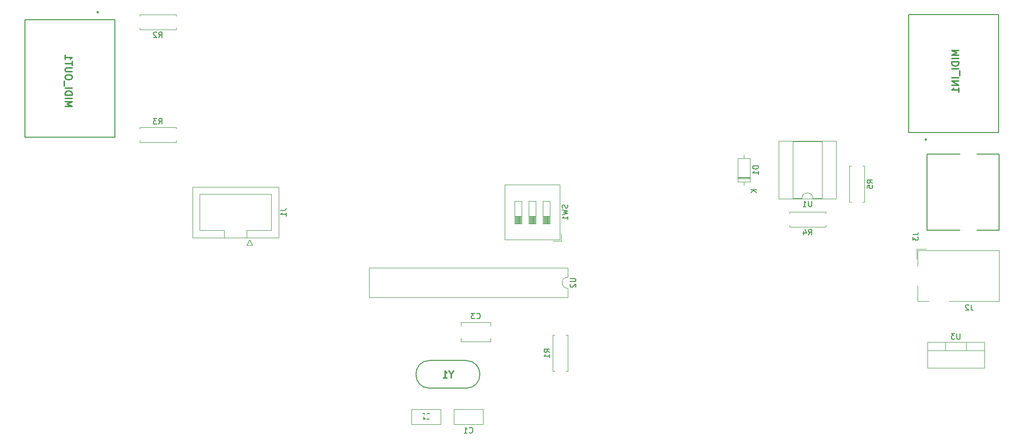
<source format=gbo>
G04 #@! TF.GenerationSoftware,KiCad,Pcbnew,(5.1.9-0-10_14)*
G04 #@! TF.CreationDate,2024-01-04T20:03:31+01:00*
G04 #@! TF.ProjectId,v2_atmega8_encoder,76325f61-746d-4656-9761-385f656e636f,rev?*
G04 #@! TF.SameCoordinates,Original*
G04 #@! TF.FileFunction,Legend,Bot*
G04 #@! TF.FilePolarity,Positive*
%FSLAX46Y46*%
G04 Gerber Fmt 4.6, Leading zero omitted, Abs format (unit mm)*
G04 Created by KiCad (PCBNEW (5.1.9-0-10_14)) date 2024-01-04 20:03:31*
%MOMM*%
%LPD*%
G01*
G04 APERTURE LIST*
%ADD10C,0.120000*%
%ADD11C,0.200000*%
%ADD12C,0.150000*%
%ADD13C,0.254000*%
%ADD14C,3.200000*%
%ADD15O,1.600000X1.600000*%
%ADD16R,1.600000X1.600000*%
%ADD17O,1.700000X1.700000*%
%ADD18R,1.700000X1.700000*%
%ADD19C,1.600000*%
%ADD20C,1.205000*%
%ADD21R,1.205000X1.205000*%
%ADD22O,1.905000X2.000000*%
%ADD23R,1.905000X2.000000*%
%ADD24C,1.839000*%
%ADD25C,3.600000*%
%ADD26C,2.000000*%
%ADD27C,2.100000*%
%ADD28C,2.600000*%
%ADD29R,2.600000X2.600000*%
%ADD30C,1.700000*%
%ADD31C,4.350000*%
%ADD32C,1.500000*%
%ADD33C,2.990000*%
G04 APERTURE END LIST*
D10*
X142875000Y-80686667D02*
X141605000Y-80686667D01*
X141675000Y-82040000D02*
X141675000Y-80686667D01*
X141795000Y-82040000D02*
X141795000Y-80686667D01*
X141915000Y-82040000D02*
X141915000Y-80686667D01*
X142035000Y-82040000D02*
X142035000Y-80686667D01*
X142155000Y-82040000D02*
X142155000Y-80686667D01*
X142275000Y-82040000D02*
X142275000Y-80686667D01*
X142395000Y-82040000D02*
X142395000Y-80686667D01*
X142515000Y-82040000D02*
X142515000Y-80686667D01*
X142635000Y-82040000D02*
X142635000Y-80686667D01*
X142755000Y-82040000D02*
X142755000Y-80686667D01*
X142875000Y-77980000D02*
X142875000Y-82040000D01*
X141605000Y-77980000D02*
X142875000Y-77980000D01*
X141605000Y-82040000D02*
X141605000Y-77980000D01*
X142875000Y-82040000D02*
X141605000Y-82040000D01*
X145415000Y-80686667D02*
X144145000Y-80686667D01*
X144215000Y-82040000D02*
X144215000Y-80686667D01*
X144335000Y-82040000D02*
X144335000Y-80686667D01*
X144455000Y-82040000D02*
X144455000Y-80686667D01*
X144575000Y-82040000D02*
X144575000Y-80686667D01*
X144695000Y-82040000D02*
X144695000Y-80686667D01*
X144815000Y-82040000D02*
X144815000Y-80686667D01*
X144935000Y-82040000D02*
X144935000Y-80686667D01*
X145055000Y-82040000D02*
X145055000Y-80686667D01*
X145175000Y-82040000D02*
X145175000Y-80686667D01*
X145295000Y-82040000D02*
X145295000Y-80686667D01*
X145415000Y-77980000D02*
X145415000Y-82040000D01*
X144145000Y-77980000D02*
X145415000Y-77980000D01*
X144145000Y-82040000D02*
X144145000Y-77980000D01*
X145415000Y-82040000D02*
X144145000Y-82040000D01*
X147955000Y-80686667D02*
X146685000Y-80686667D01*
X146755000Y-82040000D02*
X146755000Y-80686667D01*
X146875000Y-82040000D02*
X146875000Y-80686667D01*
X146995000Y-82040000D02*
X146995000Y-80686667D01*
X147115000Y-82040000D02*
X147115000Y-80686667D01*
X147235000Y-82040000D02*
X147235000Y-80686667D01*
X147355000Y-82040000D02*
X147355000Y-80686667D01*
X147475000Y-82040000D02*
X147475000Y-80686667D01*
X147595000Y-82040000D02*
X147595000Y-80686667D01*
X147715000Y-82040000D02*
X147715000Y-80686667D01*
X147835000Y-82040000D02*
X147835000Y-80686667D01*
X147955000Y-77980000D02*
X147955000Y-82040000D01*
X146685000Y-77980000D02*
X147955000Y-77980000D01*
X146685000Y-82040000D02*
X146685000Y-77980000D01*
X147955000Y-82040000D02*
X146685000Y-82040000D01*
X149980000Y-85200000D02*
X148597000Y-85200000D01*
X149980000Y-85200000D02*
X149980000Y-83816000D01*
X149740000Y-75060000D02*
X139820000Y-75060000D01*
X149740000Y-84960000D02*
X139820000Y-84960000D01*
X139820000Y-84960000D02*
X139820000Y-75060000D01*
X149740000Y-84960000D02*
X149740000Y-75060000D01*
X151230000Y-108680000D02*
X150900000Y-108680000D01*
X151230000Y-102140000D02*
X151230000Y-108680000D01*
X150900000Y-102140000D02*
X151230000Y-102140000D01*
X148490000Y-108680000D02*
X148820000Y-108680000D01*
X148490000Y-102140000D02*
X148490000Y-108680000D01*
X148820000Y-102140000D02*
X148490000Y-102140000D01*
X135950000Y-118210000D02*
X135950000Y-115470000D01*
X130710000Y-118210000D02*
X130710000Y-115470000D01*
X130710000Y-115470000D02*
X135950000Y-115470000D01*
X130710000Y-118210000D02*
X135950000Y-118210000D01*
D11*
X126390000Y-106720000D02*
X132890000Y-106720000D01*
X126390000Y-111720000D02*
X126390000Y-111720000D01*
X132890000Y-111720000D02*
X126390000Y-111720000D01*
X132890000Y-106720000D02*
X132890000Y-106720000D01*
X126390000Y-106720000D02*
G75*
G03*
X126390000Y-111720000I0J-2500000D01*
G01*
X132890000Y-111720000D02*
G75*
G03*
X132890000Y-106720000I0J2500000D01*
G01*
D10*
X219129000Y-103410000D02*
X219129000Y-104920000D01*
X222830000Y-103410000D02*
X222830000Y-104920000D01*
X226100000Y-104920000D02*
X215860000Y-104920000D01*
X215860000Y-103410000D02*
X215860000Y-108051000D01*
X226100000Y-103410000D02*
X226100000Y-108051000D01*
X226100000Y-108051000D02*
X215860000Y-108051000D01*
X226100000Y-103410000D02*
X215860000Y-103410000D01*
X199450000Y-77590000D02*
X189170000Y-77590000D01*
X199450000Y-67190000D02*
X199450000Y-77590000D01*
X189170000Y-67190000D02*
X199450000Y-67190000D01*
X189170000Y-77590000D02*
X189170000Y-67190000D01*
X196960000Y-77530000D02*
X195310000Y-77530000D01*
X196960000Y-67250000D02*
X196960000Y-77530000D01*
X191660000Y-67250000D02*
X196960000Y-67250000D01*
X191660000Y-77530000D02*
X191660000Y-67250000D01*
X193310000Y-77530000D02*
X191660000Y-77530000D01*
X195310000Y-77530000D02*
G75*
G03*
X193310000Y-77530000I-1000000J0D01*
G01*
X201830000Y-71660000D02*
X202160000Y-71660000D01*
X201830000Y-78200000D02*
X201830000Y-71660000D01*
X202160000Y-78200000D02*
X201830000Y-78200000D01*
X204570000Y-71660000D02*
X204240000Y-71660000D01*
X204570000Y-78200000D02*
X204570000Y-71660000D01*
X204240000Y-78200000D02*
X204570000Y-78200000D01*
X197580000Y-79910000D02*
X197580000Y-80240000D01*
X191040000Y-79910000D02*
X197580000Y-79910000D01*
X191040000Y-80240000D02*
X191040000Y-79910000D01*
X197580000Y-82650000D02*
X197580000Y-82320000D01*
X191040000Y-82650000D02*
X197580000Y-82650000D01*
X191040000Y-82320000D02*
X191040000Y-82650000D01*
X74200000Y-67410000D02*
X74200000Y-67080000D01*
X80740000Y-67410000D02*
X74200000Y-67410000D01*
X80740000Y-67080000D02*
X80740000Y-67410000D01*
X74200000Y-64670000D02*
X74200000Y-65000000D01*
X80740000Y-64670000D02*
X74200000Y-64670000D01*
X80740000Y-65000000D02*
X80740000Y-64670000D01*
X80740000Y-44350000D02*
X80740000Y-44680000D01*
X74200000Y-44350000D02*
X80740000Y-44350000D01*
X74200000Y-44680000D02*
X74200000Y-44350000D01*
X80740000Y-47090000D02*
X80740000Y-46760000D01*
X74200000Y-47090000D02*
X80740000Y-47090000D01*
X74200000Y-46760000D02*
X74200000Y-47090000D01*
D11*
X66835920Y-43947000D02*
G75*
G03*
X66835920Y-43947000I-173920J0D01*
G01*
X69780000Y-45280000D02*
X69780000Y-66480000D01*
X53580000Y-45280000D02*
X69780000Y-45280000D01*
X53580000Y-66480000D02*
X53580000Y-45280000D01*
X69780000Y-66480000D02*
X53580000Y-66480000D01*
X215771920Y-66933000D02*
G75*
G03*
X215771920Y-66933000I-173920J0D01*
G01*
X212480000Y-65600000D02*
X212480000Y-44400000D01*
X228680000Y-65600000D02*
X212480000Y-65600000D01*
X228680000Y-44400000D02*
X228680000Y-65600000D01*
X212480000Y-44400000D02*
X228680000Y-44400000D01*
D10*
X213910000Y-86635000D02*
X213910000Y-88375000D01*
X215650000Y-86635000D02*
X213910000Y-86635000D01*
X214150000Y-96075000D02*
X216150000Y-96075000D01*
X214150000Y-93275000D02*
X214150000Y-96075000D01*
X214150000Y-86875000D02*
X214150000Y-89675000D01*
X228750000Y-86875000D02*
X214150000Y-86875000D01*
X228750000Y-96075000D02*
X228750000Y-86875000D01*
X219750000Y-96075000D02*
X228750000Y-96075000D01*
X93480000Y-85960000D02*
X93980000Y-84960000D01*
X94480000Y-85960000D02*
X93480000Y-85960000D01*
X93980000Y-84960000D02*
X94480000Y-85960000D01*
X89390000Y-83260000D02*
X89390000Y-84570000D01*
X89390000Y-83260000D02*
X89390000Y-83260000D01*
X84990000Y-83260000D02*
X89390000Y-83260000D01*
X84990000Y-76760000D02*
X84990000Y-83260000D01*
X97890000Y-76760000D02*
X84990000Y-76760000D01*
X97890000Y-83260000D02*
X97890000Y-76760000D01*
X93490000Y-83260000D02*
X97890000Y-83260000D01*
X93490000Y-84570000D02*
X93490000Y-83260000D01*
X83690000Y-84570000D02*
X99190000Y-84570000D01*
X83690000Y-75450000D02*
X83690000Y-84570000D01*
X99190000Y-75450000D02*
X83690000Y-75450000D01*
X99190000Y-84570000D02*
X99190000Y-75450000D01*
X131990000Y-102655000D02*
X131990000Y-103321000D01*
X131990000Y-99879000D02*
X131990000Y-100545000D01*
X137330000Y-102655000D02*
X137330000Y-103321000D01*
X137330000Y-99879000D02*
X137330000Y-100545000D01*
X137330000Y-103321000D02*
X131990000Y-103321000D01*
X137330000Y-99879000D02*
X131990000Y-99879000D01*
X128330000Y-118210000D02*
X128330000Y-115470000D01*
X123090000Y-118210000D02*
X123090000Y-115470000D01*
X123090000Y-115470000D02*
X128330000Y-115470000D01*
X123090000Y-118210000D02*
X128330000Y-118210000D01*
D12*
X228775000Y-69517000D02*
X228775000Y-83233000D01*
X215775000Y-69517000D02*
X228775000Y-69517000D01*
X215821000Y-83233000D02*
X215821000Y-69517000D01*
X228775000Y-83233000D02*
X215775000Y-83233000D01*
D10*
X151190000Y-90060000D02*
X151190000Y-91710000D01*
X115510000Y-90060000D02*
X151190000Y-90060000D01*
X115510000Y-95360000D02*
X115510000Y-90060000D01*
X151190000Y-95360000D02*
X115510000Y-95360000D01*
X151190000Y-93710000D02*
X151190000Y-95360000D01*
X151190000Y-91710000D02*
G75*
G03*
X151190000Y-93710000I0J-1000000D01*
G01*
X184000000Y-73910000D02*
X181760000Y-73910000D01*
X184000000Y-73670000D02*
X181760000Y-73670000D01*
X184000000Y-73790000D02*
X181760000Y-73790000D01*
X182880000Y-69620000D02*
X182880000Y-70270000D01*
X182880000Y-75160000D02*
X182880000Y-74510000D01*
X184000000Y-70270000D02*
X184000000Y-74510000D01*
X181760000Y-70270000D02*
X184000000Y-70270000D01*
X181760000Y-74510000D02*
X181760000Y-70270000D01*
X184000000Y-74510000D02*
X181760000Y-74510000D01*
D12*
X151144761Y-78676666D02*
X151192380Y-78819523D01*
X151192380Y-79057619D01*
X151144761Y-79152857D01*
X151097142Y-79200476D01*
X151001904Y-79248095D01*
X150906666Y-79248095D01*
X150811428Y-79200476D01*
X150763809Y-79152857D01*
X150716190Y-79057619D01*
X150668571Y-78867142D01*
X150620952Y-78771904D01*
X150573333Y-78724285D01*
X150478095Y-78676666D01*
X150382857Y-78676666D01*
X150287619Y-78724285D01*
X150240000Y-78771904D01*
X150192380Y-78867142D01*
X150192380Y-79105238D01*
X150240000Y-79248095D01*
X150192380Y-79581428D02*
X151192380Y-79819523D01*
X150478095Y-80010000D01*
X151192380Y-80200476D01*
X150192380Y-80438571D01*
X151192380Y-81343333D02*
X151192380Y-80771904D01*
X151192380Y-81057619D02*
X150192380Y-81057619D01*
X150335238Y-80962380D01*
X150430476Y-80867142D01*
X150478095Y-80771904D01*
X147942380Y-105243333D02*
X147466190Y-104910000D01*
X147942380Y-104671904D02*
X146942380Y-104671904D01*
X146942380Y-105052857D01*
X146990000Y-105148095D01*
X147037619Y-105195714D01*
X147132857Y-105243333D01*
X147275714Y-105243333D01*
X147370952Y-105195714D01*
X147418571Y-105148095D01*
X147466190Y-105052857D01*
X147466190Y-104671904D01*
X147942380Y-106195714D02*
X147942380Y-105624285D01*
X147942380Y-105910000D02*
X146942380Y-105910000D01*
X147085238Y-105814761D01*
X147180476Y-105719523D01*
X147228095Y-105624285D01*
X133496666Y-119697142D02*
X133544285Y-119744761D01*
X133687142Y-119792380D01*
X133782380Y-119792380D01*
X133925238Y-119744761D01*
X134020476Y-119649523D01*
X134068095Y-119554285D01*
X134115714Y-119363809D01*
X134115714Y-119220952D01*
X134068095Y-119030476D01*
X134020476Y-118935238D01*
X133925238Y-118840000D01*
X133782380Y-118792380D01*
X133687142Y-118792380D01*
X133544285Y-118840000D01*
X133496666Y-118887619D01*
X132544285Y-119792380D02*
X133115714Y-119792380D01*
X132830000Y-119792380D02*
X132830000Y-118792380D01*
X132925238Y-118935238D01*
X133020476Y-119030476D01*
X133115714Y-119078095D01*
D13*
X130244761Y-109189761D02*
X130244761Y-109794523D01*
X130668095Y-108524523D02*
X130244761Y-109189761D01*
X129821428Y-108524523D01*
X128732857Y-109794523D02*
X129458571Y-109794523D01*
X129095714Y-109794523D02*
X129095714Y-108524523D01*
X129216666Y-108705952D01*
X129337619Y-108826904D01*
X129458571Y-108887380D01*
D12*
X221741904Y-101862380D02*
X221741904Y-102671904D01*
X221694285Y-102767142D01*
X221646666Y-102814761D01*
X221551428Y-102862380D01*
X221360952Y-102862380D01*
X221265714Y-102814761D01*
X221218095Y-102767142D01*
X221170476Y-102671904D01*
X221170476Y-101862380D01*
X220789523Y-101862380D02*
X220170476Y-101862380D01*
X220503809Y-102243333D01*
X220360952Y-102243333D01*
X220265714Y-102290952D01*
X220218095Y-102338571D01*
X220170476Y-102433809D01*
X220170476Y-102671904D01*
X220218095Y-102767142D01*
X220265714Y-102814761D01*
X220360952Y-102862380D01*
X220646666Y-102862380D01*
X220741904Y-102814761D01*
X220789523Y-102767142D01*
X195071904Y-77982380D02*
X195071904Y-78791904D01*
X195024285Y-78887142D01*
X194976666Y-78934761D01*
X194881428Y-78982380D01*
X194690952Y-78982380D01*
X194595714Y-78934761D01*
X194548095Y-78887142D01*
X194500476Y-78791904D01*
X194500476Y-77982380D01*
X193500476Y-78982380D02*
X194071904Y-78982380D01*
X193786190Y-78982380D02*
X193786190Y-77982380D01*
X193881428Y-78125238D01*
X193976666Y-78220476D01*
X194071904Y-78268095D01*
X206022380Y-74763333D02*
X205546190Y-74430000D01*
X206022380Y-74191904D02*
X205022380Y-74191904D01*
X205022380Y-74572857D01*
X205070000Y-74668095D01*
X205117619Y-74715714D01*
X205212857Y-74763333D01*
X205355714Y-74763333D01*
X205450952Y-74715714D01*
X205498571Y-74668095D01*
X205546190Y-74572857D01*
X205546190Y-74191904D01*
X205022380Y-75668095D02*
X205022380Y-75191904D01*
X205498571Y-75144285D01*
X205450952Y-75191904D01*
X205403333Y-75287142D01*
X205403333Y-75525238D01*
X205450952Y-75620476D01*
X205498571Y-75668095D01*
X205593809Y-75715714D01*
X205831904Y-75715714D01*
X205927142Y-75668095D01*
X205974761Y-75620476D01*
X206022380Y-75525238D01*
X206022380Y-75287142D01*
X205974761Y-75191904D01*
X205927142Y-75144285D01*
X194476666Y-84102380D02*
X194810000Y-83626190D01*
X195048095Y-84102380D02*
X195048095Y-83102380D01*
X194667142Y-83102380D01*
X194571904Y-83150000D01*
X194524285Y-83197619D01*
X194476666Y-83292857D01*
X194476666Y-83435714D01*
X194524285Y-83530952D01*
X194571904Y-83578571D01*
X194667142Y-83626190D01*
X195048095Y-83626190D01*
X193619523Y-83435714D02*
X193619523Y-84102380D01*
X193857619Y-83054761D02*
X194095714Y-83769047D01*
X193476666Y-83769047D01*
X77636666Y-64122380D02*
X77970000Y-63646190D01*
X78208095Y-64122380D02*
X78208095Y-63122380D01*
X77827142Y-63122380D01*
X77731904Y-63170000D01*
X77684285Y-63217619D01*
X77636666Y-63312857D01*
X77636666Y-63455714D01*
X77684285Y-63550952D01*
X77731904Y-63598571D01*
X77827142Y-63646190D01*
X78208095Y-63646190D01*
X77303333Y-63122380D02*
X76684285Y-63122380D01*
X77017619Y-63503333D01*
X76874761Y-63503333D01*
X76779523Y-63550952D01*
X76731904Y-63598571D01*
X76684285Y-63693809D01*
X76684285Y-63931904D01*
X76731904Y-64027142D01*
X76779523Y-64074761D01*
X76874761Y-64122380D01*
X77160476Y-64122380D01*
X77255714Y-64074761D01*
X77303333Y-64027142D01*
X77636666Y-48542380D02*
X77970000Y-48066190D01*
X78208095Y-48542380D02*
X78208095Y-47542380D01*
X77827142Y-47542380D01*
X77731904Y-47590000D01*
X77684285Y-47637619D01*
X77636666Y-47732857D01*
X77636666Y-47875714D01*
X77684285Y-47970952D01*
X77731904Y-48018571D01*
X77827142Y-48066190D01*
X78208095Y-48066190D01*
X77255714Y-47637619D02*
X77208095Y-47590000D01*
X77112857Y-47542380D01*
X76874761Y-47542380D01*
X76779523Y-47590000D01*
X76731904Y-47637619D01*
X76684285Y-47732857D01*
X76684285Y-47828095D01*
X76731904Y-47970952D01*
X77303333Y-48542380D01*
X76684285Y-48542380D01*
D13*
X60771476Y-60897952D02*
X62041476Y-60897952D01*
X61134333Y-60474619D01*
X62041476Y-60051285D01*
X60771476Y-60051285D01*
X60771476Y-59446523D02*
X62041476Y-59446523D01*
X60771476Y-58841761D02*
X62041476Y-58841761D01*
X62041476Y-58539380D01*
X61981000Y-58357952D01*
X61860047Y-58237000D01*
X61739095Y-58176523D01*
X61497190Y-58116047D01*
X61315761Y-58116047D01*
X61073857Y-58176523D01*
X60952904Y-58237000D01*
X60831952Y-58357952D01*
X60771476Y-58539380D01*
X60771476Y-58841761D01*
X60771476Y-57571761D02*
X62041476Y-57571761D01*
X60650523Y-57269380D02*
X60650523Y-56301761D01*
X62041476Y-55757476D02*
X62041476Y-55515571D01*
X61981000Y-55394619D01*
X61860047Y-55273666D01*
X61618142Y-55213190D01*
X61194809Y-55213190D01*
X60952904Y-55273666D01*
X60831952Y-55394619D01*
X60771476Y-55515571D01*
X60771476Y-55757476D01*
X60831952Y-55878428D01*
X60952904Y-55999380D01*
X61194809Y-56059857D01*
X61618142Y-56059857D01*
X61860047Y-55999380D01*
X61981000Y-55878428D01*
X62041476Y-55757476D01*
X62041476Y-54668904D02*
X61013380Y-54668904D01*
X60892428Y-54608428D01*
X60831952Y-54547952D01*
X60771476Y-54427000D01*
X60771476Y-54185095D01*
X60831952Y-54064142D01*
X60892428Y-54003666D01*
X61013380Y-53943190D01*
X62041476Y-53943190D01*
X62041476Y-53519857D02*
X62041476Y-52794142D01*
X60771476Y-53157000D02*
X62041476Y-53157000D01*
X60771476Y-51705571D02*
X60771476Y-52431285D01*
X60771476Y-52068428D02*
X62041476Y-52068428D01*
X61860047Y-52189380D01*
X61739095Y-52310333D01*
X61678619Y-52431285D01*
X221488523Y-50828714D02*
X220218523Y-50828714D01*
X221125666Y-51252047D01*
X220218523Y-51675380D01*
X221488523Y-51675380D01*
X221488523Y-52280142D02*
X220218523Y-52280142D01*
X221488523Y-52884904D02*
X220218523Y-52884904D01*
X220218523Y-53187285D01*
X220279000Y-53368714D01*
X220399952Y-53489666D01*
X220520904Y-53550142D01*
X220762809Y-53610619D01*
X220944238Y-53610619D01*
X221186142Y-53550142D01*
X221307095Y-53489666D01*
X221428047Y-53368714D01*
X221488523Y-53187285D01*
X221488523Y-52884904D01*
X221488523Y-54154904D02*
X220218523Y-54154904D01*
X221609476Y-54457285D02*
X221609476Y-55424904D01*
X221488523Y-55727285D02*
X220218523Y-55727285D01*
X221488523Y-56332047D02*
X220218523Y-56332047D01*
X221488523Y-57057761D01*
X220218523Y-57057761D01*
X221488523Y-58327761D02*
X221488523Y-57602047D01*
X221488523Y-57964904D02*
X220218523Y-57964904D01*
X220399952Y-57843952D01*
X220520904Y-57723000D01*
X220581380Y-57602047D01*
D12*
X223733333Y-96677380D02*
X223733333Y-97391666D01*
X223780952Y-97534523D01*
X223876190Y-97629761D01*
X224019047Y-97677380D01*
X224114285Y-97677380D01*
X223304761Y-96772619D02*
X223257142Y-96725000D01*
X223161904Y-96677380D01*
X222923809Y-96677380D01*
X222828571Y-96725000D01*
X222780952Y-96772619D01*
X222733333Y-96867857D01*
X222733333Y-96963095D01*
X222780952Y-97105952D01*
X223352380Y-97677380D01*
X222733333Y-97677380D01*
X99532380Y-79676666D02*
X100246666Y-79676666D01*
X100389523Y-79629047D01*
X100484761Y-79533809D01*
X100532380Y-79390952D01*
X100532380Y-79295714D01*
X100532380Y-80676666D02*
X100532380Y-80105238D01*
X100532380Y-80390952D02*
X99532380Y-80390952D01*
X99675238Y-80295714D01*
X99770476Y-80200476D01*
X99818095Y-80105238D01*
X134826666Y-99107142D02*
X134874285Y-99154761D01*
X135017142Y-99202380D01*
X135112380Y-99202380D01*
X135255238Y-99154761D01*
X135350476Y-99059523D01*
X135398095Y-98964285D01*
X135445714Y-98773809D01*
X135445714Y-98630952D01*
X135398095Y-98440476D01*
X135350476Y-98345238D01*
X135255238Y-98250000D01*
X135112380Y-98202380D01*
X135017142Y-98202380D01*
X134874285Y-98250000D01*
X134826666Y-98297619D01*
X134493333Y-98202380D02*
X133874285Y-98202380D01*
X134207619Y-98583333D01*
X134064761Y-98583333D01*
X133969523Y-98630952D01*
X133921904Y-98678571D01*
X133874285Y-98773809D01*
X133874285Y-99011904D01*
X133921904Y-99107142D01*
X133969523Y-99154761D01*
X134064761Y-99202380D01*
X134350476Y-99202380D01*
X134445714Y-99154761D01*
X134493333Y-99107142D01*
X125876666Y-117197142D02*
X125924285Y-117244761D01*
X126067142Y-117292380D01*
X126162380Y-117292380D01*
X126305238Y-117244761D01*
X126400476Y-117149523D01*
X126448095Y-117054285D01*
X126495714Y-116863809D01*
X126495714Y-116720952D01*
X126448095Y-116530476D01*
X126400476Y-116435238D01*
X126305238Y-116340000D01*
X126162380Y-116292380D01*
X126067142Y-116292380D01*
X125924285Y-116340000D01*
X125876666Y-116387619D01*
X125495714Y-116387619D02*
X125448095Y-116340000D01*
X125352857Y-116292380D01*
X125114761Y-116292380D01*
X125019523Y-116340000D01*
X124971904Y-116387619D01*
X124924285Y-116482857D01*
X124924285Y-116578095D01*
X124971904Y-116720952D01*
X125543333Y-117292380D01*
X124924285Y-117292380D01*
X213227380Y-84041666D02*
X213941666Y-84041666D01*
X214084523Y-83994047D01*
X214179761Y-83898809D01*
X214227380Y-83755952D01*
X214227380Y-83660714D01*
X213227380Y-84422619D02*
X213227380Y-85041666D01*
X213608333Y-84708333D01*
X213608333Y-84851190D01*
X213655952Y-84946428D01*
X213703571Y-84994047D01*
X213798809Y-85041666D01*
X214036904Y-85041666D01*
X214132142Y-84994047D01*
X214179761Y-84946428D01*
X214227380Y-84851190D01*
X214227380Y-84565476D01*
X214179761Y-84470238D01*
X214132142Y-84422619D01*
X151642380Y-91948095D02*
X152451904Y-91948095D01*
X152547142Y-91995714D01*
X152594761Y-92043333D01*
X152642380Y-92138571D01*
X152642380Y-92329047D01*
X152594761Y-92424285D01*
X152547142Y-92471904D01*
X152451904Y-92519523D01*
X151642380Y-92519523D01*
X151737619Y-92948095D02*
X151690000Y-92995714D01*
X151642380Y-93090952D01*
X151642380Y-93329047D01*
X151690000Y-93424285D01*
X151737619Y-93471904D01*
X151832857Y-93519523D01*
X151928095Y-93519523D01*
X152070952Y-93471904D01*
X152642380Y-92900476D01*
X152642380Y-93519523D01*
X185452380Y-71651904D02*
X184452380Y-71651904D01*
X184452380Y-71890000D01*
X184500000Y-72032857D01*
X184595238Y-72128095D01*
X184690476Y-72175714D01*
X184880952Y-72223333D01*
X185023809Y-72223333D01*
X185214285Y-72175714D01*
X185309523Y-72128095D01*
X185404761Y-72032857D01*
X185452380Y-71890000D01*
X185452380Y-71651904D01*
X185452380Y-73175714D02*
X185452380Y-72604285D01*
X185452380Y-72890000D02*
X184452380Y-72890000D01*
X184595238Y-72794761D01*
X184690476Y-72699523D01*
X184738095Y-72604285D01*
X185132380Y-75938095D02*
X184132380Y-75938095D01*
X185132380Y-76509523D02*
X184560952Y-76080952D01*
X184132380Y-76509523D02*
X184703809Y-75938095D01*
%LPC*%
D14*
X203200000Y-55880000D03*
X203200000Y-124460000D03*
X81280000Y-55880000D03*
X81280000Y-124460000D03*
D15*
X147320000Y-76200000D03*
X142240000Y-83820000D03*
X144780000Y-76200000D03*
X144780000Y-83820000D03*
X142240000Y-76200000D03*
D16*
X147320000Y-83820000D03*
D17*
X154940000Y-78740000D03*
D18*
X154940000Y-81280000D03*
D15*
X149860000Y-109220000D03*
D19*
X149860000Y-101600000D03*
X134580000Y-116840000D03*
X132080000Y-116840000D03*
D20*
X127200000Y-109220000D03*
D21*
X132080000Y-109220000D03*
D22*
X218440000Y-106680000D03*
X220980000Y-106680000D03*
D23*
X223520000Y-106680000D03*
D15*
X198120000Y-76200000D03*
X190500000Y-68580000D03*
X198120000Y-73660000D03*
X190500000Y-71120000D03*
X198120000Y-71120000D03*
X190500000Y-73660000D03*
X198120000Y-68580000D03*
D16*
X190500000Y-76200000D03*
D24*
X142505000Y-124460000D03*
X145045000Y-124460000D03*
G36*
G01*
X139045500Y-125277500D02*
X139045500Y-123642500D01*
G75*
G02*
X139147500Y-123540500I102000J0D01*
G01*
X140782500Y-123540500D01*
G75*
G02*
X140884500Y-123642500I0J-102000D01*
G01*
X140884500Y-125277500D01*
G75*
G02*
X140782500Y-125379500I-102000J0D01*
G01*
X139147500Y-125379500D01*
G75*
G02*
X139045500Y-125277500I0J102000D01*
G01*
G37*
D15*
X203200000Y-71120000D03*
D19*
X203200000Y-78740000D03*
D15*
X198120000Y-81280000D03*
D19*
X190500000Y-81280000D03*
D15*
X73660000Y-66040000D03*
D19*
X81280000Y-66040000D03*
D15*
X81280000Y-45720000D03*
D19*
X73660000Y-45720000D03*
D25*
X61080000Y-48380000D03*
X61080000Y-63380000D03*
D26*
X56080000Y-53380000D03*
X56080000Y-58380000D03*
D27*
X68580000Y-60880000D03*
X68580000Y-50880000D03*
X66080000Y-63380000D03*
X66080000Y-55880000D03*
X66080000Y-48380000D03*
D25*
X221180000Y-62500000D03*
X221180000Y-47500000D03*
D26*
X226180000Y-57500000D03*
X226180000Y-52500000D03*
D27*
X213680000Y-50000000D03*
X213680000Y-60000000D03*
X216180000Y-47500000D03*
X216180000Y-55000000D03*
X216180000Y-62500000D03*
D28*
X217950000Y-96175000D03*
X220950000Y-91475000D03*
D29*
X214950000Y-91475000D03*
D30*
X88900000Y-78740000D03*
X91440000Y-78740000D03*
X93980000Y-78740000D03*
X88900000Y-81280000D03*
X91440000Y-81280000D03*
G36*
G01*
X94580000Y-82130000D02*
X93380000Y-82130000D01*
G75*
G02*
X93130000Y-81880000I0J250000D01*
G01*
X93130000Y-80680000D01*
G75*
G02*
X93380000Y-80430000I250000J0D01*
G01*
X94580000Y-80430000D01*
G75*
G02*
X94830000Y-80680000I0J-250000D01*
G01*
X94830000Y-81880000D01*
G75*
G02*
X94580000Y-82130000I-250000J0D01*
G01*
G37*
D31*
X224000000Y-122040000D03*
X212800000Y-122040000D03*
D32*
X218400000Y-129540000D03*
X220900000Y-129540000D03*
X215900000Y-129540000D03*
D31*
X173200000Y-58540000D03*
X162000000Y-58540000D03*
D32*
X167600000Y-66040000D03*
X170100000Y-66040000D03*
X165100000Y-66040000D03*
D31*
X122400000Y-58540000D03*
X111200000Y-58540000D03*
D32*
X116800000Y-66040000D03*
X119300000Y-66040000D03*
X114300000Y-66040000D03*
D31*
X71600000Y-122040000D03*
X60400000Y-122040000D03*
D32*
X66000000Y-129540000D03*
X68500000Y-129540000D03*
X63500000Y-129540000D03*
D19*
X132160000Y-101600000D03*
X137160000Y-101600000D03*
X126960000Y-116840000D03*
X124460000Y-116840000D03*
D33*
X223265000Y-69615000D03*
X224075000Y-76375000D03*
X223265000Y-83135000D03*
D19*
X217775000Y-79725000D03*
X217775000Y-73025000D03*
X220265000Y-79725000D03*
X220265000Y-73025000D03*
X220265000Y-77675000D03*
X220265000Y-75075000D03*
D15*
X149860000Y-88900000D03*
X116840000Y-96520000D03*
X147320000Y-88900000D03*
X119380000Y-96520000D03*
X144780000Y-88900000D03*
X121920000Y-96520000D03*
X142240000Y-88900000D03*
X124460000Y-96520000D03*
X139700000Y-88900000D03*
X127000000Y-96520000D03*
X137160000Y-88900000D03*
X129540000Y-96520000D03*
X134620000Y-88900000D03*
X132080000Y-96520000D03*
X132080000Y-88900000D03*
X134620000Y-96520000D03*
X129540000Y-88900000D03*
X137160000Y-96520000D03*
X127000000Y-88900000D03*
X139700000Y-96520000D03*
X124460000Y-88900000D03*
X142240000Y-96520000D03*
X121920000Y-88900000D03*
X144780000Y-96520000D03*
X119380000Y-88900000D03*
X147320000Y-96520000D03*
X116840000Y-88900000D03*
D16*
X149860000Y-96520000D03*
D15*
X182880000Y-68580000D03*
D16*
X182880000Y-76200000D03*
M02*

</source>
